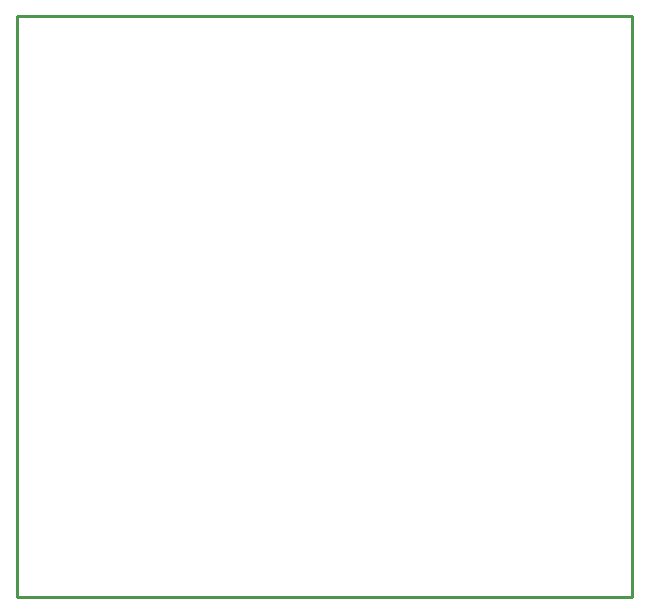
<source format=gbr>
G04 EAGLE Gerber RS-274X export*
G75*
%MOMM*%
%FSLAX34Y34*%
%LPD*%
%IN*%
%IPPOS*%
%AMOC8*
5,1,8,0,0,1.08239X$1,22.5*%
G01*
%ADD10C,0.000000*%
%ADD11C,0.254000*%


D10*
X25400Y12700D02*
X545900Y12700D01*
X545900Y504700D01*
X25400Y504700D01*
X25400Y12700D01*
D11*
X25400Y12700D02*
X545900Y12700D01*
X545900Y504700D01*
X25400Y504700D01*
X25400Y12700D01*
M02*

</source>
